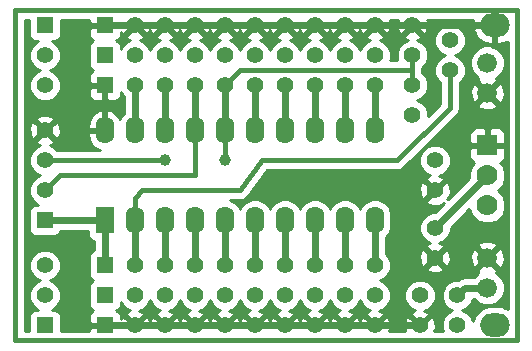
<source format=gbl>
G04 (created by PCBNEW-RS274X (2012-01-19 BZR 3256)-stable) date 1/12/2013 12:18:19 AM*
G01*
G70*
G90*
%MOIN*%
G04 Gerber Fmt 3.4, Leading zero omitted, Abs format*
%FSLAX34Y34*%
G04 APERTURE LIST*
%ADD10C,0.002000*%
%ADD11C,0.015000*%
%ADD12C,0.066000*%
%ADD13R,0.070000X0.070000*%
%ADD14C,0.070000*%
%ADD15O,0.098400X0.078700*%
%ADD16R,0.055000X0.055000*%
%ADD17C,0.055000*%
%ADD18R,0.062000X0.090000*%
%ADD19O,0.062000X0.090000*%
%ADD20C,0.039400*%
%ADD21C,0.024000*%
%ADD22C,0.008000*%
%ADD23C,0.016000*%
%ADD24C,0.010000*%
G04 APERTURE END LIST*
G54D10*
G54D11*
X23000Y-21500D02*
X39750Y-21500D01*
X39750Y-21500D02*
X39750Y-32500D01*
X23000Y-32500D02*
X23000Y-21500D01*
X39750Y-32500D02*
X23000Y-32500D01*
G54D12*
X38750Y-23250D03*
X38750Y-24250D03*
X38750Y-30750D03*
X38750Y-29750D03*
G54D13*
X38750Y-26000D03*
G54D14*
X38750Y-27000D03*
X38750Y-28000D03*
G54D15*
X39000Y-32000D03*
X39000Y-22000D03*
G54D16*
X24000Y-28500D03*
G54D17*
X24000Y-27500D03*
X24000Y-26500D03*
X24000Y-25500D03*
G54D16*
X24000Y-22000D03*
G54D17*
X24000Y-23000D03*
X24000Y-24000D03*
G54D16*
X24000Y-32000D03*
G54D17*
X24000Y-31000D03*
X24000Y-30000D03*
G54D16*
X26000Y-30000D03*
G54D17*
X27000Y-30000D03*
X28000Y-30000D03*
X29000Y-30000D03*
X30000Y-30000D03*
X31000Y-30000D03*
X32000Y-30000D03*
X33000Y-30000D03*
X34000Y-30000D03*
X35000Y-30000D03*
G54D16*
X26000Y-24000D03*
G54D17*
X27000Y-24000D03*
X28000Y-24000D03*
X29000Y-24000D03*
X30000Y-24000D03*
X31000Y-24000D03*
X32000Y-24000D03*
X33000Y-24000D03*
X34000Y-24000D03*
X35000Y-24000D03*
G54D16*
X26000Y-23000D03*
G54D17*
X27000Y-23000D03*
X28000Y-23000D03*
X29000Y-23000D03*
X30000Y-23000D03*
X31000Y-23000D03*
X32000Y-23000D03*
X33000Y-23000D03*
X34000Y-23000D03*
X35000Y-23000D03*
G54D16*
X26000Y-31000D03*
G54D17*
X27000Y-31000D03*
X28000Y-31000D03*
X29000Y-31000D03*
X30000Y-31000D03*
X31000Y-31000D03*
X32000Y-31000D03*
X33000Y-31000D03*
X34000Y-31000D03*
X35000Y-31000D03*
G54D16*
X26000Y-32000D03*
G54D17*
X27000Y-32000D03*
X28000Y-32000D03*
X29000Y-32000D03*
X30000Y-32000D03*
X31000Y-32000D03*
X32000Y-32000D03*
X33000Y-32000D03*
X34000Y-32000D03*
X35000Y-32000D03*
G54D16*
X26000Y-22000D03*
G54D17*
X27000Y-22000D03*
X28000Y-22000D03*
X29000Y-22000D03*
X30000Y-22000D03*
X31000Y-22000D03*
X32000Y-22000D03*
X33000Y-22000D03*
X34000Y-22000D03*
X35000Y-22000D03*
G54D18*
X26000Y-28500D03*
G54D19*
X27000Y-28500D03*
X28000Y-28500D03*
X29000Y-28500D03*
X30000Y-28500D03*
X31000Y-28500D03*
X32000Y-28500D03*
X33000Y-28500D03*
X34000Y-28500D03*
X35000Y-28500D03*
X35000Y-25500D03*
X34000Y-25500D03*
X33000Y-25500D03*
X32000Y-25500D03*
X31000Y-25500D03*
X30000Y-25500D03*
X29000Y-25500D03*
X28000Y-25500D03*
X27000Y-25500D03*
X26000Y-25500D03*
G54D17*
X36250Y-25000D03*
X36250Y-24000D03*
X37750Y-32000D03*
X37750Y-31000D03*
X37000Y-28750D03*
X37000Y-29750D03*
X37000Y-26500D03*
X37000Y-27500D03*
X37500Y-22500D03*
X37500Y-23500D03*
X36500Y-31000D03*
X36500Y-32000D03*
X36250Y-23000D03*
X36250Y-22000D03*
G54D20*
X30000Y-26500D03*
X28000Y-26500D03*
G54D21*
X26000Y-28500D02*
X24000Y-28500D01*
X26000Y-28500D02*
X26000Y-30000D01*
X38750Y-27000D02*
X37000Y-28750D01*
G54D22*
X26000Y-25500D02*
X26000Y-24000D01*
G54D21*
X32000Y-32000D02*
X33000Y-32000D01*
X30000Y-22000D02*
X31000Y-22000D01*
X34000Y-22000D02*
X35000Y-22000D01*
X34000Y-32000D02*
X35000Y-32000D01*
X36250Y-22000D02*
X39000Y-22000D01*
X28000Y-32000D02*
X29000Y-32000D01*
X31000Y-22000D02*
X32000Y-22000D01*
X27000Y-32000D02*
X28000Y-32000D01*
X29000Y-32000D02*
X30000Y-32000D01*
X35000Y-32000D02*
X36500Y-32000D01*
X28000Y-22000D02*
X29000Y-22000D01*
X29000Y-22000D02*
X30000Y-22000D01*
X26000Y-32000D02*
X27000Y-32000D01*
X27000Y-22000D02*
X28000Y-22000D01*
X33000Y-32000D02*
X34000Y-32000D01*
X32000Y-22000D02*
X33000Y-22000D01*
X33000Y-22000D02*
X34000Y-22000D01*
X30000Y-32000D02*
X31000Y-32000D01*
X26000Y-22000D02*
X27000Y-22000D01*
X35000Y-22000D02*
X36250Y-22000D01*
X31000Y-32000D02*
X32000Y-32000D01*
X35000Y-25500D02*
X35000Y-24100D01*
G54D22*
X35000Y-24100D02*
X35000Y-24000D01*
G54D21*
X34000Y-24000D02*
X34000Y-25500D01*
X33000Y-25500D02*
X33000Y-24000D01*
X28000Y-28500D02*
X28000Y-30000D01*
G54D23*
X29000Y-27000D02*
X24500Y-27000D01*
X29000Y-26500D02*
X29000Y-27000D01*
X29000Y-25500D02*
X29000Y-26500D01*
X24500Y-27000D02*
X24000Y-27500D01*
G54D21*
X29000Y-25500D02*
X29000Y-24000D01*
X38000Y-30750D02*
X37750Y-31000D01*
X38750Y-30750D02*
X38000Y-30750D01*
X29000Y-28500D02*
X29000Y-30000D01*
X30000Y-28500D02*
X30000Y-30000D01*
X31000Y-28500D02*
X31000Y-30000D01*
X32000Y-28500D02*
X32000Y-30000D01*
X33000Y-30000D02*
X33000Y-28500D01*
X34000Y-28500D02*
X34000Y-30000D01*
X35000Y-30000D02*
X35000Y-28500D01*
X27000Y-24000D02*
X27000Y-25500D01*
X28000Y-24000D02*
X28000Y-25500D01*
X31000Y-25500D02*
X31000Y-24000D01*
X32000Y-24000D02*
X32000Y-25500D01*
G54D23*
X30500Y-23500D02*
X36250Y-23500D01*
X30000Y-26500D02*
X30000Y-25500D01*
X30000Y-24000D02*
X30500Y-23500D01*
X24000Y-26500D02*
X28000Y-26500D01*
G54D22*
X36250Y-23000D02*
X36250Y-23500D01*
G54D23*
X36250Y-23000D02*
X36250Y-24000D01*
G54D22*
X36250Y-23500D02*
X36250Y-24000D01*
G54D21*
X30000Y-24000D02*
X30000Y-25500D01*
X27000Y-28500D02*
X27000Y-30000D01*
G54D23*
X27250Y-27500D02*
X27000Y-27750D01*
X37500Y-23500D02*
X37500Y-24750D01*
X31250Y-26500D02*
X30500Y-27500D01*
X37500Y-24750D02*
X35750Y-26500D01*
X27000Y-27750D02*
X27000Y-28500D01*
X35750Y-26500D02*
X31250Y-26500D01*
X30500Y-27500D02*
X27250Y-27500D01*
G54D10*
G36*
X26630Y-24941D02*
X26535Y-25036D01*
X26501Y-25115D01*
X26382Y-24950D01*
X26196Y-24835D01*
X26137Y-24818D01*
X26050Y-24865D01*
X26050Y-25400D01*
X26050Y-25450D01*
X26050Y-25550D01*
X25950Y-25550D01*
X25950Y-25450D01*
X25950Y-24865D01*
X25950Y-24463D01*
X25950Y-24050D01*
X25537Y-24050D01*
X25475Y-24112D01*
X25476Y-24226D01*
X25476Y-24325D01*
X25514Y-24416D01*
X25584Y-24486D01*
X25676Y-24524D01*
X25888Y-24525D01*
X25950Y-24463D01*
X25950Y-24865D01*
X25863Y-24818D01*
X25804Y-24835D01*
X25618Y-24950D01*
X25490Y-25127D01*
X25440Y-25340D01*
X25440Y-25450D01*
X25950Y-25450D01*
X25950Y-25550D01*
X25900Y-25550D01*
X25440Y-25550D01*
X25440Y-25660D01*
X25490Y-25873D01*
X25618Y-26050D01*
X25804Y-26165D01*
X25821Y-26170D01*
X24519Y-26170D01*
X24519Y-25574D01*
X24508Y-25370D01*
X24452Y-25233D01*
X24361Y-25210D01*
X24290Y-25281D01*
X24290Y-25139D01*
X24267Y-25048D01*
X24074Y-24981D01*
X23870Y-24992D01*
X23733Y-25048D01*
X23710Y-25139D01*
X24000Y-25429D01*
X24290Y-25139D01*
X24290Y-25281D01*
X24071Y-25500D01*
X24361Y-25790D01*
X24452Y-25767D01*
X24519Y-25574D01*
X24519Y-26170D01*
X24412Y-26170D01*
X24298Y-26055D01*
X24157Y-25996D01*
X24267Y-25952D01*
X24290Y-25861D01*
X24000Y-25571D01*
X23929Y-25642D01*
X23929Y-25500D01*
X23639Y-25210D01*
X23548Y-25233D01*
X23481Y-25426D01*
X23492Y-25630D01*
X23548Y-25767D01*
X23639Y-25790D01*
X23929Y-25500D01*
X23929Y-25642D01*
X23710Y-25861D01*
X23733Y-25952D01*
X23851Y-25993D01*
X23703Y-26055D01*
X23555Y-26202D01*
X23475Y-26395D01*
X23475Y-26604D01*
X23555Y-26797D01*
X23702Y-26945D01*
X23835Y-27000D01*
X23703Y-27055D01*
X23555Y-27202D01*
X23475Y-27395D01*
X23475Y-27604D01*
X23555Y-27797D01*
X23702Y-27945D01*
X23776Y-27976D01*
X23676Y-27976D01*
X23584Y-28014D01*
X23514Y-28084D01*
X23476Y-28175D01*
X23476Y-28274D01*
X23476Y-28824D01*
X23514Y-28916D01*
X23584Y-28986D01*
X23675Y-29024D01*
X23774Y-29024D01*
X24324Y-29024D01*
X24416Y-28986D01*
X24486Y-28916D01*
X24505Y-28870D01*
X25441Y-28870D01*
X25441Y-28999D01*
X25479Y-29091D01*
X25549Y-29161D01*
X25630Y-29194D01*
X25630Y-29495D01*
X25584Y-29514D01*
X25514Y-29584D01*
X25476Y-29675D01*
X25476Y-29774D01*
X25476Y-30324D01*
X25514Y-30416D01*
X25584Y-30486D01*
X25617Y-30500D01*
X25584Y-30514D01*
X25514Y-30584D01*
X25476Y-30675D01*
X25476Y-30774D01*
X25476Y-31324D01*
X25514Y-31416D01*
X25584Y-31486D01*
X25617Y-31500D01*
X25584Y-31514D01*
X25514Y-31584D01*
X25476Y-31675D01*
X25476Y-31774D01*
X25475Y-31888D01*
X25537Y-31950D01*
X25900Y-31950D01*
X25950Y-31950D01*
X26050Y-31950D01*
X26050Y-32050D01*
X25950Y-32050D01*
X25900Y-32050D01*
X25537Y-32050D01*
X25475Y-32112D01*
X25475Y-32175D01*
X24524Y-32175D01*
X24524Y-31676D01*
X24486Y-31584D01*
X24416Y-31514D01*
X24325Y-31476D01*
X24226Y-31476D01*
X24222Y-31476D01*
X24297Y-31445D01*
X24445Y-31298D01*
X24525Y-31105D01*
X24525Y-30896D01*
X24445Y-30703D01*
X24298Y-30555D01*
X24164Y-30499D01*
X24297Y-30445D01*
X24445Y-30298D01*
X24525Y-30105D01*
X24525Y-29896D01*
X24445Y-29703D01*
X24298Y-29555D01*
X24105Y-29475D01*
X23896Y-29475D01*
X23703Y-29555D01*
X23555Y-29702D01*
X23475Y-29895D01*
X23475Y-30104D01*
X23555Y-30297D01*
X23702Y-30445D01*
X23835Y-30500D01*
X23703Y-30555D01*
X23555Y-30702D01*
X23475Y-30895D01*
X23475Y-31104D01*
X23555Y-31297D01*
X23702Y-31445D01*
X23776Y-31476D01*
X23676Y-31476D01*
X23584Y-31514D01*
X23514Y-31584D01*
X23476Y-31675D01*
X23476Y-31774D01*
X23476Y-32175D01*
X23325Y-32175D01*
X23325Y-21825D01*
X23476Y-21825D01*
X23476Y-22324D01*
X23514Y-22416D01*
X23584Y-22486D01*
X23675Y-22524D01*
X23774Y-22524D01*
X23703Y-22555D01*
X23555Y-22702D01*
X23475Y-22895D01*
X23475Y-23104D01*
X23555Y-23297D01*
X23702Y-23445D01*
X23835Y-23500D01*
X23703Y-23555D01*
X23555Y-23702D01*
X23475Y-23895D01*
X23475Y-24104D01*
X23555Y-24297D01*
X23702Y-24445D01*
X23895Y-24525D01*
X24104Y-24525D01*
X24297Y-24445D01*
X24445Y-24298D01*
X24525Y-24105D01*
X24525Y-23896D01*
X24445Y-23703D01*
X24298Y-23555D01*
X24164Y-23499D01*
X24297Y-23445D01*
X24445Y-23298D01*
X24525Y-23105D01*
X24525Y-22896D01*
X24445Y-22703D01*
X24298Y-22555D01*
X24223Y-22524D01*
X24324Y-22524D01*
X24416Y-22486D01*
X24486Y-22416D01*
X24524Y-22325D01*
X24524Y-22226D01*
X24524Y-21825D01*
X25475Y-21825D01*
X25475Y-21888D01*
X25537Y-21950D01*
X25900Y-21950D01*
X25950Y-21950D01*
X26050Y-21950D01*
X26050Y-22050D01*
X25950Y-22050D01*
X25900Y-22050D01*
X25537Y-22050D01*
X25475Y-22112D01*
X25476Y-22226D01*
X25476Y-22325D01*
X25514Y-22416D01*
X25584Y-22486D01*
X25617Y-22500D01*
X25584Y-22514D01*
X25514Y-22584D01*
X25476Y-22675D01*
X25476Y-22774D01*
X25476Y-23324D01*
X25514Y-23416D01*
X25584Y-23486D01*
X25617Y-23500D01*
X25584Y-23514D01*
X25514Y-23584D01*
X25476Y-23675D01*
X25476Y-23774D01*
X25475Y-23888D01*
X25537Y-23950D01*
X25900Y-23950D01*
X25950Y-23950D01*
X26050Y-23950D01*
X26050Y-24050D01*
X26050Y-24100D01*
X26050Y-24463D01*
X26112Y-24525D01*
X26324Y-24524D01*
X26416Y-24486D01*
X26486Y-24416D01*
X26524Y-24325D01*
X26524Y-24226D01*
X26524Y-24222D01*
X26555Y-24297D01*
X26630Y-24372D01*
X26630Y-24941D01*
X26630Y-24941D01*
G37*
G54D24*
X26630Y-24941D02*
X26535Y-25036D01*
X26501Y-25115D01*
X26382Y-24950D01*
X26196Y-24835D01*
X26137Y-24818D01*
X26050Y-24865D01*
X26050Y-25400D01*
X26050Y-25450D01*
X26050Y-25550D01*
X25950Y-25550D01*
X25950Y-25450D01*
X25950Y-24865D01*
X25950Y-24463D01*
X25950Y-24050D01*
X25537Y-24050D01*
X25475Y-24112D01*
X25476Y-24226D01*
X25476Y-24325D01*
X25514Y-24416D01*
X25584Y-24486D01*
X25676Y-24524D01*
X25888Y-24525D01*
X25950Y-24463D01*
X25950Y-24865D01*
X25863Y-24818D01*
X25804Y-24835D01*
X25618Y-24950D01*
X25490Y-25127D01*
X25440Y-25340D01*
X25440Y-25450D01*
X25950Y-25450D01*
X25950Y-25550D01*
X25900Y-25550D01*
X25440Y-25550D01*
X25440Y-25660D01*
X25490Y-25873D01*
X25618Y-26050D01*
X25804Y-26165D01*
X25821Y-26170D01*
X24519Y-26170D01*
X24519Y-25574D01*
X24508Y-25370D01*
X24452Y-25233D01*
X24361Y-25210D01*
X24290Y-25281D01*
X24290Y-25139D01*
X24267Y-25048D01*
X24074Y-24981D01*
X23870Y-24992D01*
X23733Y-25048D01*
X23710Y-25139D01*
X24000Y-25429D01*
X24290Y-25139D01*
X24290Y-25281D01*
X24071Y-25500D01*
X24361Y-25790D01*
X24452Y-25767D01*
X24519Y-25574D01*
X24519Y-26170D01*
X24412Y-26170D01*
X24298Y-26055D01*
X24157Y-25996D01*
X24267Y-25952D01*
X24290Y-25861D01*
X24000Y-25571D01*
X23929Y-25642D01*
X23929Y-25500D01*
X23639Y-25210D01*
X23548Y-25233D01*
X23481Y-25426D01*
X23492Y-25630D01*
X23548Y-25767D01*
X23639Y-25790D01*
X23929Y-25500D01*
X23929Y-25642D01*
X23710Y-25861D01*
X23733Y-25952D01*
X23851Y-25993D01*
X23703Y-26055D01*
X23555Y-26202D01*
X23475Y-26395D01*
X23475Y-26604D01*
X23555Y-26797D01*
X23702Y-26945D01*
X23835Y-27000D01*
X23703Y-27055D01*
X23555Y-27202D01*
X23475Y-27395D01*
X23475Y-27604D01*
X23555Y-27797D01*
X23702Y-27945D01*
X23776Y-27976D01*
X23676Y-27976D01*
X23584Y-28014D01*
X23514Y-28084D01*
X23476Y-28175D01*
X23476Y-28274D01*
X23476Y-28824D01*
X23514Y-28916D01*
X23584Y-28986D01*
X23675Y-29024D01*
X23774Y-29024D01*
X24324Y-29024D01*
X24416Y-28986D01*
X24486Y-28916D01*
X24505Y-28870D01*
X25441Y-28870D01*
X25441Y-28999D01*
X25479Y-29091D01*
X25549Y-29161D01*
X25630Y-29194D01*
X25630Y-29495D01*
X25584Y-29514D01*
X25514Y-29584D01*
X25476Y-29675D01*
X25476Y-29774D01*
X25476Y-30324D01*
X25514Y-30416D01*
X25584Y-30486D01*
X25617Y-30500D01*
X25584Y-30514D01*
X25514Y-30584D01*
X25476Y-30675D01*
X25476Y-30774D01*
X25476Y-31324D01*
X25514Y-31416D01*
X25584Y-31486D01*
X25617Y-31500D01*
X25584Y-31514D01*
X25514Y-31584D01*
X25476Y-31675D01*
X25476Y-31774D01*
X25475Y-31888D01*
X25537Y-31950D01*
X25900Y-31950D01*
X25950Y-31950D01*
X26050Y-31950D01*
X26050Y-32050D01*
X25950Y-32050D01*
X25900Y-32050D01*
X25537Y-32050D01*
X25475Y-32112D01*
X25475Y-32175D01*
X24524Y-32175D01*
X24524Y-31676D01*
X24486Y-31584D01*
X24416Y-31514D01*
X24325Y-31476D01*
X24226Y-31476D01*
X24222Y-31476D01*
X24297Y-31445D01*
X24445Y-31298D01*
X24525Y-31105D01*
X24525Y-30896D01*
X24445Y-30703D01*
X24298Y-30555D01*
X24164Y-30499D01*
X24297Y-30445D01*
X24445Y-30298D01*
X24525Y-30105D01*
X24525Y-29896D01*
X24445Y-29703D01*
X24298Y-29555D01*
X24105Y-29475D01*
X23896Y-29475D01*
X23703Y-29555D01*
X23555Y-29702D01*
X23475Y-29895D01*
X23475Y-30104D01*
X23555Y-30297D01*
X23702Y-30445D01*
X23835Y-30500D01*
X23703Y-30555D01*
X23555Y-30702D01*
X23475Y-30895D01*
X23475Y-31104D01*
X23555Y-31297D01*
X23702Y-31445D01*
X23776Y-31476D01*
X23676Y-31476D01*
X23584Y-31514D01*
X23514Y-31584D01*
X23476Y-31675D01*
X23476Y-31774D01*
X23476Y-32175D01*
X23325Y-32175D01*
X23325Y-21825D01*
X23476Y-21825D01*
X23476Y-22324D01*
X23514Y-22416D01*
X23584Y-22486D01*
X23675Y-22524D01*
X23774Y-22524D01*
X23703Y-22555D01*
X23555Y-22702D01*
X23475Y-22895D01*
X23475Y-23104D01*
X23555Y-23297D01*
X23702Y-23445D01*
X23835Y-23500D01*
X23703Y-23555D01*
X23555Y-23702D01*
X23475Y-23895D01*
X23475Y-24104D01*
X23555Y-24297D01*
X23702Y-24445D01*
X23895Y-24525D01*
X24104Y-24525D01*
X24297Y-24445D01*
X24445Y-24298D01*
X24525Y-24105D01*
X24525Y-23896D01*
X24445Y-23703D01*
X24298Y-23555D01*
X24164Y-23499D01*
X24297Y-23445D01*
X24445Y-23298D01*
X24525Y-23105D01*
X24525Y-22896D01*
X24445Y-22703D01*
X24298Y-22555D01*
X24223Y-22524D01*
X24324Y-22524D01*
X24416Y-22486D01*
X24486Y-22416D01*
X24524Y-22325D01*
X24524Y-22226D01*
X24524Y-21825D01*
X25475Y-21825D01*
X25475Y-21888D01*
X25537Y-21950D01*
X25900Y-21950D01*
X25950Y-21950D01*
X26050Y-21950D01*
X26050Y-22050D01*
X25950Y-22050D01*
X25900Y-22050D01*
X25537Y-22050D01*
X25475Y-22112D01*
X25476Y-22226D01*
X25476Y-22325D01*
X25514Y-22416D01*
X25584Y-22486D01*
X25617Y-22500D01*
X25584Y-22514D01*
X25514Y-22584D01*
X25476Y-22675D01*
X25476Y-22774D01*
X25476Y-23324D01*
X25514Y-23416D01*
X25584Y-23486D01*
X25617Y-23500D01*
X25584Y-23514D01*
X25514Y-23584D01*
X25476Y-23675D01*
X25476Y-23774D01*
X25475Y-23888D01*
X25537Y-23950D01*
X25900Y-23950D01*
X25950Y-23950D01*
X26050Y-23950D01*
X26050Y-24050D01*
X26050Y-24100D01*
X26050Y-24463D01*
X26112Y-24525D01*
X26324Y-24524D01*
X26416Y-24486D01*
X26486Y-24416D01*
X26524Y-24325D01*
X26524Y-24226D01*
X26524Y-24222D01*
X26555Y-24297D01*
X26630Y-24372D01*
X26630Y-24941D01*
G54D10*
G36*
X39425Y-31445D02*
X39350Y-31414D01*
X39350Y-26112D01*
X39350Y-25888D01*
X39349Y-25699D01*
X39349Y-25600D01*
X39330Y-25554D01*
X39330Y-23366D01*
X39330Y-23135D01*
X39242Y-22922D01*
X39079Y-22759D01*
X38950Y-22705D01*
X38950Y-22574D01*
X38950Y-22050D01*
X38323Y-22050D01*
X38276Y-22150D01*
X38294Y-22196D01*
X38415Y-22413D01*
X38610Y-22568D01*
X38850Y-22636D01*
X38950Y-22574D01*
X38950Y-22705D01*
X38866Y-22670D01*
X38635Y-22670D01*
X38422Y-22758D01*
X38259Y-22921D01*
X38170Y-23134D01*
X38170Y-23365D01*
X38258Y-23578D01*
X38421Y-23741D01*
X38452Y-23753D01*
X38452Y-23754D01*
X38421Y-23850D01*
X38750Y-24179D01*
X39079Y-23850D01*
X39048Y-23754D01*
X39078Y-23742D01*
X39241Y-23579D01*
X39330Y-23366D01*
X39330Y-25554D01*
X39323Y-25537D01*
X39323Y-24336D01*
X39312Y-24111D01*
X39246Y-23952D01*
X39150Y-23921D01*
X38821Y-24250D01*
X39150Y-24579D01*
X39246Y-24548D01*
X39323Y-24336D01*
X39323Y-25537D01*
X39311Y-25509D01*
X39241Y-25439D01*
X39149Y-25401D01*
X39079Y-25400D01*
X39079Y-24650D01*
X38750Y-24321D01*
X38679Y-24392D01*
X38679Y-24250D01*
X38350Y-23921D01*
X38254Y-23952D01*
X38177Y-24164D01*
X38188Y-24389D01*
X38254Y-24548D01*
X38350Y-24579D01*
X38679Y-24250D01*
X38679Y-24392D01*
X38421Y-24650D01*
X38452Y-24746D01*
X38664Y-24823D01*
X38889Y-24812D01*
X39048Y-24746D01*
X39079Y-24650D01*
X39079Y-25400D01*
X38862Y-25400D01*
X38800Y-25462D01*
X38800Y-25950D01*
X39288Y-25950D01*
X39350Y-25888D01*
X39350Y-26112D01*
X39288Y-26050D01*
X38850Y-26050D01*
X38800Y-26050D01*
X38700Y-26050D01*
X38700Y-25950D01*
X38700Y-25462D01*
X38638Y-25400D01*
X38351Y-25401D01*
X38259Y-25439D01*
X38189Y-25509D01*
X38151Y-25600D01*
X38151Y-25699D01*
X38150Y-25888D01*
X38212Y-25950D01*
X38700Y-25950D01*
X38700Y-26050D01*
X38650Y-26050D01*
X38212Y-26050D01*
X38150Y-26112D01*
X38151Y-26301D01*
X38151Y-26400D01*
X38189Y-26491D01*
X38259Y-26561D01*
X38317Y-26585D01*
X38242Y-26661D01*
X38151Y-26881D01*
X38151Y-27075D01*
X37525Y-27701D01*
X37525Y-26605D01*
X37525Y-26396D01*
X37445Y-26203D01*
X37298Y-26055D01*
X37105Y-25975D01*
X36896Y-25975D01*
X36703Y-26055D01*
X36555Y-26202D01*
X36475Y-26395D01*
X36475Y-26604D01*
X36555Y-26797D01*
X36702Y-26945D01*
X36842Y-27003D01*
X36733Y-27048D01*
X36710Y-27139D01*
X37000Y-27429D01*
X37290Y-27139D01*
X37267Y-27048D01*
X37148Y-27006D01*
X37297Y-26945D01*
X37445Y-26798D01*
X37525Y-26605D01*
X37525Y-27701D01*
X37519Y-27707D01*
X37433Y-27792D01*
X37416Y-27775D01*
X37452Y-27767D01*
X37519Y-27574D01*
X37508Y-27370D01*
X37452Y-27233D01*
X37361Y-27210D01*
X37106Y-27465D01*
X37071Y-27500D01*
X37000Y-27571D01*
X36965Y-27606D01*
X36929Y-27642D01*
X36929Y-27500D01*
X36639Y-27210D01*
X36548Y-27233D01*
X36481Y-27426D01*
X36492Y-27630D01*
X36548Y-27767D01*
X36639Y-27790D01*
X36929Y-27500D01*
X36929Y-27642D01*
X36710Y-27861D01*
X36733Y-27952D01*
X36926Y-28019D01*
X37130Y-28008D01*
X37267Y-27952D01*
X37275Y-27916D01*
X37290Y-27931D01*
X37292Y-27933D01*
X37290Y-27936D01*
X37001Y-28225D01*
X36896Y-28225D01*
X36703Y-28305D01*
X36555Y-28452D01*
X36475Y-28645D01*
X36475Y-28854D01*
X36555Y-29047D01*
X36702Y-29195D01*
X36842Y-29253D01*
X36733Y-29298D01*
X36710Y-29389D01*
X37000Y-29679D01*
X37290Y-29389D01*
X37267Y-29298D01*
X37148Y-29256D01*
X37297Y-29195D01*
X37445Y-29048D01*
X37525Y-28855D01*
X37525Y-28748D01*
X38152Y-28121D01*
X38242Y-28339D01*
X38411Y-28508D01*
X38631Y-28599D01*
X38869Y-28599D01*
X39089Y-28508D01*
X39258Y-28339D01*
X39349Y-28119D01*
X39349Y-27881D01*
X39258Y-27661D01*
X39097Y-27500D01*
X39258Y-27339D01*
X39349Y-27119D01*
X39349Y-26881D01*
X39258Y-26661D01*
X39182Y-26585D01*
X39241Y-26561D01*
X39311Y-26491D01*
X39349Y-26400D01*
X39349Y-26301D01*
X39350Y-26112D01*
X39350Y-31414D01*
X39239Y-31369D01*
X38988Y-31369D01*
X38762Y-31369D01*
X38530Y-31465D01*
X38352Y-31642D01*
X38260Y-31862D01*
X38195Y-31703D01*
X38048Y-31555D01*
X37914Y-31499D01*
X38047Y-31445D01*
X38195Y-31298D01*
X38268Y-31120D01*
X38300Y-31120D01*
X38421Y-31241D01*
X38634Y-31330D01*
X38865Y-31330D01*
X39078Y-31242D01*
X39241Y-31079D01*
X39330Y-30866D01*
X39330Y-30635D01*
X39323Y-30618D01*
X39323Y-29836D01*
X39312Y-29611D01*
X39246Y-29452D01*
X39150Y-29421D01*
X39079Y-29492D01*
X39079Y-29350D01*
X39048Y-29254D01*
X38836Y-29177D01*
X38611Y-29188D01*
X38452Y-29254D01*
X38421Y-29350D01*
X38750Y-29679D01*
X39079Y-29350D01*
X39079Y-29492D01*
X38821Y-29750D01*
X39150Y-30079D01*
X39246Y-30048D01*
X39323Y-29836D01*
X39323Y-30618D01*
X39242Y-30422D01*
X39079Y-30259D01*
X39048Y-30246D01*
X39079Y-30150D01*
X38750Y-29821D01*
X38679Y-29892D01*
X38679Y-29750D01*
X38350Y-29421D01*
X38254Y-29452D01*
X38177Y-29664D01*
X38188Y-29889D01*
X38254Y-30048D01*
X38350Y-30079D01*
X38679Y-29750D01*
X38679Y-29892D01*
X38421Y-30150D01*
X38451Y-30245D01*
X38422Y-30258D01*
X38300Y-30380D01*
X38000Y-30380D01*
X37858Y-30408D01*
X37757Y-30475D01*
X37646Y-30475D01*
X37519Y-30527D01*
X37519Y-29824D01*
X37508Y-29620D01*
X37452Y-29483D01*
X37361Y-29460D01*
X37071Y-29750D01*
X37361Y-30040D01*
X37452Y-30017D01*
X37519Y-29824D01*
X37519Y-30527D01*
X37453Y-30555D01*
X37305Y-30702D01*
X37290Y-30738D01*
X37290Y-30111D01*
X37000Y-29821D01*
X36929Y-29892D01*
X36929Y-29750D01*
X36639Y-29460D01*
X36548Y-29483D01*
X36481Y-29676D01*
X36492Y-29880D01*
X36548Y-30017D01*
X36639Y-30040D01*
X36929Y-29750D01*
X36929Y-29892D01*
X36710Y-30111D01*
X36733Y-30202D01*
X36926Y-30269D01*
X37130Y-30258D01*
X37267Y-30202D01*
X37290Y-30111D01*
X37290Y-30738D01*
X37225Y-30895D01*
X37225Y-31104D01*
X37305Y-31297D01*
X37452Y-31445D01*
X37585Y-31500D01*
X37453Y-31555D01*
X37305Y-31702D01*
X37225Y-31895D01*
X37225Y-32104D01*
X37254Y-32175D01*
X37025Y-32175D01*
X37025Y-31105D01*
X37025Y-30896D01*
X36945Y-30703D01*
X36798Y-30555D01*
X36605Y-30475D01*
X36396Y-30475D01*
X36203Y-30555D01*
X36055Y-30702D01*
X35975Y-30895D01*
X35975Y-31104D01*
X36055Y-31297D01*
X36202Y-31445D01*
X36342Y-31503D01*
X36233Y-31548D01*
X36210Y-31639D01*
X36500Y-31929D01*
X36790Y-31639D01*
X36767Y-31548D01*
X36648Y-31506D01*
X36797Y-31445D01*
X36945Y-31298D01*
X37025Y-31105D01*
X37025Y-32175D01*
X36983Y-32175D01*
X37019Y-32074D01*
X37008Y-31870D01*
X36952Y-31733D01*
X36861Y-31710D01*
X36606Y-31965D01*
X36571Y-32000D01*
X36500Y-32071D01*
X36429Y-32000D01*
X36394Y-31965D01*
X36139Y-31710D01*
X36048Y-31733D01*
X35981Y-31926D01*
X35992Y-32130D01*
X36010Y-32175D01*
X35483Y-32175D01*
X35519Y-32074D01*
X35508Y-31870D01*
X35452Y-31733D01*
X35361Y-31710D01*
X35106Y-31965D01*
X35071Y-32000D01*
X35000Y-32071D01*
X34929Y-32000D01*
X34894Y-31965D01*
X34639Y-31710D01*
X34548Y-31733D01*
X34503Y-31859D01*
X34452Y-31733D01*
X34361Y-31710D01*
X34106Y-31965D01*
X34071Y-32000D01*
X34000Y-32071D01*
X33929Y-32000D01*
X33894Y-31965D01*
X33639Y-31710D01*
X33548Y-31733D01*
X33503Y-31859D01*
X33452Y-31733D01*
X33361Y-31710D01*
X33106Y-31965D01*
X33071Y-32000D01*
X33000Y-32071D01*
X32929Y-32000D01*
X32894Y-31965D01*
X32639Y-31710D01*
X32548Y-31733D01*
X32503Y-31859D01*
X32452Y-31733D01*
X32361Y-31710D01*
X32106Y-31965D01*
X32071Y-32000D01*
X32000Y-32071D01*
X31929Y-32000D01*
X31894Y-31965D01*
X31639Y-31710D01*
X31548Y-31733D01*
X31503Y-31859D01*
X31452Y-31733D01*
X31361Y-31710D01*
X31106Y-31965D01*
X31071Y-32000D01*
X31000Y-32071D01*
X30929Y-32000D01*
X30894Y-31965D01*
X30639Y-31710D01*
X30548Y-31733D01*
X30503Y-31859D01*
X30452Y-31733D01*
X30361Y-31710D01*
X30106Y-31965D01*
X30071Y-32000D01*
X30000Y-32071D01*
X29929Y-32000D01*
X29894Y-31965D01*
X29639Y-31710D01*
X29548Y-31733D01*
X29503Y-31859D01*
X29452Y-31733D01*
X29361Y-31710D01*
X29106Y-31965D01*
X29071Y-32000D01*
X29000Y-32071D01*
X28929Y-32000D01*
X28894Y-31965D01*
X28639Y-31710D01*
X28548Y-31733D01*
X28503Y-31859D01*
X28452Y-31733D01*
X28361Y-31710D01*
X28106Y-31965D01*
X28071Y-32000D01*
X28000Y-32071D01*
X27929Y-32000D01*
X27894Y-31965D01*
X27639Y-31710D01*
X27548Y-31733D01*
X27503Y-31859D01*
X27452Y-31733D01*
X27361Y-31710D01*
X27106Y-31965D01*
X27071Y-32000D01*
X27000Y-32071D01*
X26929Y-32000D01*
X26894Y-31965D01*
X26639Y-31710D01*
X26548Y-31733D01*
X26524Y-31801D01*
X26524Y-31774D01*
X26524Y-31675D01*
X26486Y-31584D01*
X26416Y-31514D01*
X26382Y-31500D01*
X26416Y-31486D01*
X26486Y-31416D01*
X26524Y-31325D01*
X26524Y-31226D01*
X26524Y-31222D01*
X26555Y-31297D01*
X26702Y-31445D01*
X26842Y-31503D01*
X26733Y-31548D01*
X26710Y-31639D01*
X27000Y-31929D01*
X27290Y-31639D01*
X27267Y-31548D01*
X27148Y-31506D01*
X27297Y-31445D01*
X27445Y-31298D01*
X27500Y-31164D01*
X27555Y-31297D01*
X27702Y-31445D01*
X27842Y-31503D01*
X27733Y-31548D01*
X27710Y-31639D01*
X28000Y-31929D01*
X28290Y-31639D01*
X28267Y-31548D01*
X28148Y-31506D01*
X28297Y-31445D01*
X28445Y-31298D01*
X28500Y-31164D01*
X28555Y-31297D01*
X28702Y-31445D01*
X28842Y-31503D01*
X28733Y-31548D01*
X28710Y-31639D01*
X29000Y-31929D01*
X29290Y-31639D01*
X29267Y-31548D01*
X29148Y-31506D01*
X29297Y-31445D01*
X29445Y-31298D01*
X29500Y-31164D01*
X29555Y-31297D01*
X29702Y-31445D01*
X29842Y-31503D01*
X29733Y-31548D01*
X29710Y-31639D01*
X30000Y-31929D01*
X30290Y-31639D01*
X30267Y-31548D01*
X30148Y-31506D01*
X30297Y-31445D01*
X30445Y-31298D01*
X30500Y-31164D01*
X30555Y-31297D01*
X30702Y-31445D01*
X30842Y-31503D01*
X30733Y-31548D01*
X30710Y-31639D01*
X31000Y-31929D01*
X31290Y-31639D01*
X31267Y-31548D01*
X31148Y-31506D01*
X31297Y-31445D01*
X31445Y-31298D01*
X31500Y-31164D01*
X31555Y-31297D01*
X31702Y-31445D01*
X31842Y-31503D01*
X31733Y-31548D01*
X31710Y-31639D01*
X32000Y-31929D01*
X32290Y-31639D01*
X32267Y-31548D01*
X32148Y-31506D01*
X32297Y-31445D01*
X32445Y-31298D01*
X32500Y-31164D01*
X32555Y-31297D01*
X32702Y-31445D01*
X32842Y-31503D01*
X32733Y-31548D01*
X32710Y-31639D01*
X33000Y-31929D01*
X33290Y-31639D01*
X33267Y-31548D01*
X33148Y-31506D01*
X33297Y-31445D01*
X33445Y-31298D01*
X33500Y-31164D01*
X33555Y-31297D01*
X33702Y-31445D01*
X33842Y-31503D01*
X33733Y-31548D01*
X33710Y-31639D01*
X34000Y-31929D01*
X34290Y-31639D01*
X34267Y-31548D01*
X34148Y-31506D01*
X34297Y-31445D01*
X34445Y-31298D01*
X34500Y-31164D01*
X34555Y-31297D01*
X34702Y-31445D01*
X34842Y-31503D01*
X34733Y-31548D01*
X34710Y-31639D01*
X35000Y-31929D01*
X35290Y-31639D01*
X35267Y-31548D01*
X35148Y-31506D01*
X35297Y-31445D01*
X35445Y-31298D01*
X35525Y-31105D01*
X35525Y-30896D01*
X35445Y-30703D01*
X35298Y-30555D01*
X35164Y-30499D01*
X35297Y-30445D01*
X35445Y-30298D01*
X35525Y-30105D01*
X35525Y-29896D01*
X35445Y-29703D01*
X35370Y-29627D01*
X35370Y-29059D01*
X35465Y-28964D01*
X35549Y-28762D01*
X35549Y-28544D01*
X35549Y-28238D01*
X35465Y-28036D01*
X35311Y-27882D01*
X35109Y-27798D01*
X34891Y-27798D01*
X34689Y-27882D01*
X34535Y-28036D01*
X34500Y-28120D01*
X34465Y-28036D01*
X34311Y-27882D01*
X34109Y-27798D01*
X33891Y-27798D01*
X33689Y-27882D01*
X33535Y-28036D01*
X33500Y-28120D01*
X33465Y-28036D01*
X33311Y-27882D01*
X33109Y-27798D01*
X32891Y-27798D01*
X32689Y-27882D01*
X32535Y-28036D01*
X32500Y-28120D01*
X32465Y-28036D01*
X32311Y-27882D01*
X32109Y-27798D01*
X31891Y-27798D01*
X31689Y-27882D01*
X31535Y-28036D01*
X31500Y-28120D01*
X31465Y-28036D01*
X31311Y-27882D01*
X31109Y-27798D01*
X30891Y-27798D01*
X30689Y-27882D01*
X30535Y-28036D01*
X30500Y-28120D01*
X30465Y-28036D01*
X30311Y-27882D01*
X30185Y-27830D01*
X30500Y-27830D01*
X30525Y-27825D01*
X30546Y-27826D01*
X30581Y-27813D01*
X30626Y-27805D01*
X30645Y-27791D01*
X30668Y-27784D01*
X30700Y-27754D01*
X30733Y-27733D01*
X30745Y-27714D01*
X30764Y-27698D01*
X31415Y-26830D01*
X35750Y-26830D01*
X35876Y-26805D01*
X35877Y-26805D01*
X35983Y-26733D01*
X37733Y-24984D01*
X37733Y-24983D01*
X37780Y-24912D01*
X37804Y-24877D01*
X37805Y-24876D01*
X37829Y-24751D01*
X37830Y-24750D01*
X37830Y-23912D01*
X37945Y-23798D01*
X38025Y-23605D01*
X38025Y-23396D01*
X37945Y-23203D01*
X37798Y-23055D01*
X37664Y-22999D01*
X37797Y-22945D01*
X37945Y-22798D01*
X38025Y-22605D01*
X38025Y-22396D01*
X37945Y-22203D01*
X37798Y-22055D01*
X37605Y-21975D01*
X37396Y-21975D01*
X37203Y-22055D01*
X37055Y-22202D01*
X36975Y-22395D01*
X36975Y-22604D01*
X37055Y-22797D01*
X37202Y-22945D01*
X37335Y-23000D01*
X37203Y-23055D01*
X37055Y-23202D01*
X36975Y-23395D01*
X36975Y-23604D01*
X37055Y-23797D01*
X37170Y-23912D01*
X37170Y-24613D01*
X36775Y-25008D01*
X36775Y-24896D01*
X36695Y-24703D01*
X36548Y-24555D01*
X36414Y-24499D01*
X36547Y-24445D01*
X36695Y-24298D01*
X36775Y-24105D01*
X36775Y-23896D01*
X36695Y-23703D01*
X36580Y-23587D01*
X36580Y-23500D01*
X36580Y-23412D01*
X36695Y-23298D01*
X36775Y-23105D01*
X36775Y-22896D01*
X36695Y-22703D01*
X36548Y-22555D01*
X36407Y-22496D01*
X36517Y-22452D01*
X36540Y-22361D01*
X36250Y-22071D01*
X35960Y-22361D01*
X35983Y-22452D01*
X36101Y-22493D01*
X35953Y-22555D01*
X35805Y-22702D01*
X35725Y-22895D01*
X35725Y-23104D01*
X35752Y-23170D01*
X35498Y-23170D01*
X35525Y-23105D01*
X35525Y-22896D01*
X35445Y-22703D01*
X35298Y-22555D01*
X35157Y-22496D01*
X35267Y-22452D01*
X35290Y-22361D01*
X35000Y-22071D01*
X34710Y-22361D01*
X34733Y-22452D01*
X34851Y-22493D01*
X34703Y-22555D01*
X34555Y-22702D01*
X34499Y-22835D01*
X34445Y-22703D01*
X34298Y-22555D01*
X34157Y-22496D01*
X34267Y-22452D01*
X34290Y-22361D01*
X34000Y-22071D01*
X33710Y-22361D01*
X33733Y-22452D01*
X33851Y-22493D01*
X33703Y-22555D01*
X33555Y-22702D01*
X33499Y-22835D01*
X33445Y-22703D01*
X33298Y-22555D01*
X33157Y-22496D01*
X33267Y-22452D01*
X33290Y-22361D01*
X33000Y-22071D01*
X32710Y-22361D01*
X32733Y-22452D01*
X32851Y-22493D01*
X32703Y-22555D01*
X32555Y-22702D01*
X32499Y-22835D01*
X32445Y-22703D01*
X32298Y-22555D01*
X32157Y-22496D01*
X32267Y-22452D01*
X32290Y-22361D01*
X32000Y-22071D01*
X31710Y-22361D01*
X31733Y-22452D01*
X31851Y-22493D01*
X31703Y-22555D01*
X31555Y-22702D01*
X31499Y-22835D01*
X31445Y-22703D01*
X31298Y-22555D01*
X31157Y-22496D01*
X31267Y-22452D01*
X31290Y-22361D01*
X31000Y-22071D01*
X30710Y-22361D01*
X30733Y-22452D01*
X30851Y-22493D01*
X30703Y-22555D01*
X30555Y-22702D01*
X30499Y-22835D01*
X30445Y-22703D01*
X30298Y-22555D01*
X30157Y-22496D01*
X30267Y-22452D01*
X30290Y-22361D01*
X30000Y-22071D01*
X29710Y-22361D01*
X29733Y-22452D01*
X29851Y-22493D01*
X29703Y-22555D01*
X29555Y-22702D01*
X29499Y-22835D01*
X29445Y-22703D01*
X29298Y-22555D01*
X29157Y-22496D01*
X29267Y-22452D01*
X29290Y-22361D01*
X29000Y-22071D01*
X28710Y-22361D01*
X28733Y-22452D01*
X28851Y-22493D01*
X28703Y-22555D01*
X28555Y-22702D01*
X28499Y-22835D01*
X28445Y-22703D01*
X28298Y-22555D01*
X28157Y-22496D01*
X28267Y-22452D01*
X28290Y-22361D01*
X28000Y-22071D01*
X27710Y-22361D01*
X27733Y-22452D01*
X27851Y-22493D01*
X27703Y-22555D01*
X27555Y-22702D01*
X27499Y-22835D01*
X27445Y-22703D01*
X27298Y-22555D01*
X27157Y-22496D01*
X27267Y-22452D01*
X27290Y-22361D01*
X27000Y-22071D01*
X26710Y-22361D01*
X26733Y-22452D01*
X26851Y-22493D01*
X26703Y-22555D01*
X26555Y-22702D01*
X26524Y-22776D01*
X26524Y-22676D01*
X26486Y-22584D01*
X26416Y-22514D01*
X26382Y-22499D01*
X26416Y-22486D01*
X26486Y-22416D01*
X26524Y-22325D01*
X26524Y-22226D01*
X26524Y-22208D01*
X26548Y-22267D01*
X26639Y-22290D01*
X26894Y-22035D01*
X26929Y-22000D01*
X27000Y-21929D01*
X27071Y-22000D01*
X27106Y-22035D01*
X27361Y-22290D01*
X27452Y-22267D01*
X27496Y-22140D01*
X27548Y-22267D01*
X27639Y-22290D01*
X27894Y-22035D01*
X27929Y-22000D01*
X28000Y-21929D01*
X28071Y-22000D01*
X28106Y-22035D01*
X28361Y-22290D01*
X28452Y-22267D01*
X28496Y-22140D01*
X28548Y-22267D01*
X28639Y-22290D01*
X28894Y-22035D01*
X28929Y-22000D01*
X29000Y-21929D01*
X29071Y-22000D01*
X29106Y-22035D01*
X29361Y-22290D01*
X29452Y-22267D01*
X29496Y-22140D01*
X29548Y-22267D01*
X29639Y-22290D01*
X29894Y-22035D01*
X29929Y-22000D01*
X30000Y-21929D01*
X30071Y-22000D01*
X30106Y-22035D01*
X30361Y-22290D01*
X30452Y-22267D01*
X30496Y-22140D01*
X30548Y-22267D01*
X30639Y-22290D01*
X30894Y-22035D01*
X30929Y-22000D01*
X31000Y-21929D01*
X31071Y-22000D01*
X31106Y-22035D01*
X31361Y-22290D01*
X31452Y-22267D01*
X31496Y-22140D01*
X31548Y-22267D01*
X31639Y-22290D01*
X31894Y-22035D01*
X31929Y-22000D01*
X32000Y-21929D01*
X32071Y-22000D01*
X32106Y-22035D01*
X32361Y-22290D01*
X32452Y-22267D01*
X32496Y-22140D01*
X32548Y-22267D01*
X32639Y-22290D01*
X32894Y-22035D01*
X32929Y-22000D01*
X33000Y-21929D01*
X33071Y-22000D01*
X33106Y-22035D01*
X33361Y-22290D01*
X33452Y-22267D01*
X33496Y-22140D01*
X33548Y-22267D01*
X33639Y-22290D01*
X33894Y-22035D01*
X33929Y-22000D01*
X34000Y-21929D01*
X34071Y-22000D01*
X34106Y-22035D01*
X34361Y-22290D01*
X34452Y-22267D01*
X34496Y-22140D01*
X34548Y-22267D01*
X34639Y-22290D01*
X34894Y-22035D01*
X34929Y-22000D01*
X35000Y-21929D01*
X35071Y-22000D01*
X35106Y-22035D01*
X35361Y-22290D01*
X35452Y-22267D01*
X35519Y-22074D01*
X35508Y-21870D01*
X35489Y-21825D01*
X35766Y-21825D01*
X35731Y-21926D01*
X35742Y-22130D01*
X35798Y-22267D01*
X35889Y-22290D01*
X36144Y-22035D01*
X36179Y-22000D01*
X36250Y-21929D01*
X36321Y-22000D01*
X36356Y-22035D01*
X36611Y-22290D01*
X36702Y-22267D01*
X36769Y-22074D01*
X36758Y-21870D01*
X36739Y-21825D01*
X38285Y-21825D01*
X38276Y-21850D01*
X38323Y-21950D01*
X38900Y-21950D01*
X38950Y-21950D01*
X39050Y-21950D01*
X39050Y-22050D01*
X39050Y-22100D01*
X39050Y-22574D01*
X39150Y-22636D01*
X39390Y-22568D01*
X39425Y-22540D01*
X39425Y-31445D01*
X39425Y-31445D01*
G37*
G54D24*
X39425Y-31445D02*
X39350Y-31414D01*
X39350Y-26112D01*
X39350Y-25888D01*
X39349Y-25699D01*
X39349Y-25600D01*
X39330Y-25554D01*
X39330Y-23366D01*
X39330Y-23135D01*
X39242Y-22922D01*
X39079Y-22759D01*
X38950Y-22705D01*
X38950Y-22574D01*
X38950Y-22050D01*
X38323Y-22050D01*
X38276Y-22150D01*
X38294Y-22196D01*
X38415Y-22413D01*
X38610Y-22568D01*
X38850Y-22636D01*
X38950Y-22574D01*
X38950Y-22705D01*
X38866Y-22670D01*
X38635Y-22670D01*
X38422Y-22758D01*
X38259Y-22921D01*
X38170Y-23134D01*
X38170Y-23365D01*
X38258Y-23578D01*
X38421Y-23741D01*
X38452Y-23753D01*
X38452Y-23754D01*
X38421Y-23850D01*
X38750Y-24179D01*
X39079Y-23850D01*
X39048Y-23754D01*
X39078Y-23742D01*
X39241Y-23579D01*
X39330Y-23366D01*
X39330Y-25554D01*
X39323Y-25537D01*
X39323Y-24336D01*
X39312Y-24111D01*
X39246Y-23952D01*
X39150Y-23921D01*
X38821Y-24250D01*
X39150Y-24579D01*
X39246Y-24548D01*
X39323Y-24336D01*
X39323Y-25537D01*
X39311Y-25509D01*
X39241Y-25439D01*
X39149Y-25401D01*
X39079Y-25400D01*
X39079Y-24650D01*
X38750Y-24321D01*
X38679Y-24392D01*
X38679Y-24250D01*
X38350Y-23921D01*
X38254Y-23952D01*
X38177Y-24164D01*
X38188Y-24389D01*
X38254Y-24548D01*
X38350Y-24579D01*
X38679Y-24250D01*
X38679Y-24392D01*
X38421Y-24650D01*
X38452Y-24746D01*
X38664Y-24823D01*
X38889Y-24812D01*
X39048Y-24746D01*
X39079Y-24650D01*
X39079Y-25400D01*
X38862Y-25400D01*
X38800Y-25462D01*
X38800Y-25950D01*
X39288Y-25950D01*
X39350Y-25888D01*
X39350Y-26112D01*
X39288Y-26050D01*
X38850Y-26050D01*
X38800Y-26050D01*
X38700Y-26050D01*
X38700Y-25950D01*
X38700Y-25462D01*
X38638Y-25400D01*
X38351Y-25401D01*
X38259Y-25439D01*
X38189Y-25509D01*
X38151Y-25600D01*
X38151Y-25699D01*
X38150Y-25888D01*
X38212Y-25950D01*
X38700Y-25950D01*
X38700Y-26050D01*
X38650Y-26050D01*
X38212Y-26050D01*
X38150Y-26112D01*
X38151Y-26301D01*
X38151Y-26400D01*
X38189Y-26491D01*
X38259Y-26561D01*
X38317Y-26585D01*
X38242Y-26661D01*
X38151Y-26881D01*
X38151Y-27075D01*
X37525Y-27701D01*
X37525Y-26605D01*
X37525Y-26396D01*
X37445Y-26203D01*
X37298Y-26055D01*
X37105Y-25975D01*
X36896Y-25975D01*
X36703Y-26055D01*
X36555Y-26202D01*
X36475Y-26395D01*
X36475Y-26604D01*
X36555Y-26797D01*
X36702Y-26945D01*
X36842Y-27003D01*
X36733Y-27048D01*
X36710Y-27139D01*
X37000Y-27429D01*
X37290Y-27139D01*
X37267Y-27048D01*
X37148Y-27006D01*
X37297Y-26945D01*
X37445Y-26798D01*
X37525Y-26605D01*
X37525Y-27701D01*
X37519Y-27707D01*
X37433Y-27792D01*
X37416Y-27775D01*
X37452Y-27767D01*
X37519Y-27574D01*
X37508Y-27370D01*
X37452Y-27233D01*
X37361Y-27210D01*
X37106Y-27465D01*
X37071Y-27500D01*
X37000Y-27571D01*
X36965Y-27606D01*
X36929Y-27642D01*
X36929Y-27500D01*
X36639Y-27210D01*
X36548Y-27233D01*
X36481Y-27426D01*
X36492Y-27630D01*
X36548Y-27767D01*
X36639Y-27790D01*
X36929Y-27500D01*
X36929Y-27642D01*
X36710Y-27861D01*
X36733Y-27952D01*
X36926Y-28019D01*
X37130Y-28008D01*
X37267Y-27952D01*
X37275Y-27916D01*
X37290Y-27931D01*
X37292Y-27933D01*
X37290Y-27936D01*
X37001Y-28225D01*
X36896Y-28225D01*
X36703Y-28305D01*
X36555Y-28452D01*
X36475Y-28645D01*
X36475Y-28854D01*
X36555Y-29047D01*
X36702Y-29195D01*
X36842Y-29253D01*
X36733Y-29298D01*
X36710Y-29389D01*
X37000Y-29679D01*
X37290Y-29389D01*
X37267Y-29298D01*
X37148Y-29256D01*
X37297Y-29195D01*
X37445Y-29048D01*
X37525Y-28855D01*
X37525Y-28748D01*
X38152Y-28121D01*
X38242Y-28339D01*
X38411Y-28508D01*
X38631Y-28599D01*
X38869Y-28599D01*
X39089Y-28508D01*
X39258Y-28339D01*
X39349Y-28119D01*
X39349Y-27881D01*
X39258Y-27661D01*
X39097Y-27500D01*
X39258Y-27339D01*
X39349Y-27119D01*
X39349Y-26881D01*
X39258Y-26661D01*
X39182Y-26585D01*
X39241Y-26561D01*
X39311Y-26491D01*
X39349Y-26400D01*
X39349Y-26301D01*
X39350Y-26112D01*
X39350Y-31414D01*
X39239Y-31369D01*
X38988Y-31369D01*
X38762Y-31369D01*
X38530Y-31465D01*
X38352Y-31642D01*
X38260Y-31862D01*
X38195Y-31703D01*
X38048Y-31555D01*
X37914Y-31499D01*
X38047Y-31445D01*
X38195Y-31298D01*
X38268Y-31120D01*
X38300Y-31120D01*
X38421Y-31241D01*
X38634Y-31330D01*
X38865Y-31330D01*
X39078Y-31242D01*
X39241Y-31079D01*
X39330Y-30866D01*
X39330Y-30635D01*
X39323Y-30618D01*
X39323Y-29836D01*
X39312Y-29611D01*
X39246Y-29452D01*
X39150Y-29421D01*
X39079Y-29492D01*
X39079Y-29350D01*
X39048Y-29254D01*
X38836Y-29177D01*
X38611Y-29188D01*
X38452Y-29254D01*
X38421Y-29350D01*
X38750Y-29679D01*
X39079Y-29350D01*
X39079Y-29492D01*
X38821Y-29750D01*
X39150Y-30079D01*
X39246Y-30048D01*
X39323Y-29836D01*
X39323Y-30618D01*
X39242Y-30422D01*
X39079Y-30259D01*
X39048Y-30246D01*
X39079Y-30150D01*
X38750Y-29821D01*
X38679Y-29892D01*
X38679Y-29750D01*
X38350Y-29421D01*
X38254Y-29452D01*
X38177Y-29664D01*
X38188Y-29889D01*
X38254Y-30048D01*
X38350Y-30079D01*
X38679Y-29750D01*
X38679Y-29892D01*
X38421Y-30150D01*
X38451Y-30245D01*
X38422Y-30258D01*
X38300Y-30380D01*
X38000Y-30380D01*
X37858Y-30408D01*
X37757Y-30475D01*
X37646Y-30475D01*
X37519Y-30527D01*
X37519Y-29824D01*
X37508Y-29620D01*
X37452Y-29483D01*
X37361Y-29460D01*
X37071Y-29750D01*
X37361Y-30040D01*
X37452Y-30017D01*
X37519Y-29824D01*
X37519Y-30527D01*
X37453Y-30555D01*
X37305Y-30702D01*
X37290Y-30738D01*
X37290Y-30111D01*
X37000Y-29821D01*
X36929Y-29892D01*
X36929Y-29750D01*
X36639Y-29460D01*
X36548Y-29483D01*
X36481Y-29676D01*
X36492Y-29880D01*
X36548Y-30017D01*
X36639Y-30040D01*
X36929Y-29750D01*
X36929Y-29892D01*
X36710Y-30111D01*
X36733Y-30202D01*
X36926Y-30269D01*
X37130Y-30258D01*
X37267Y-30202D01*
X37290Y-30111D01*
X37290Y-30738D01*
X37225Y-30895D01*
X37225Y-31104D01*
X37305Y-31297D01*
X37452Y-31445D01*
X37585Y-31500D01*
X37453Y-31555D01*
X37305Y-31702D01*
X37225Y-31895D01*
X37225Y-32104D01*
X37254Y-32175D01*
X37025Y-32175D01*
X37025Y-31105D01*
X37025Y-30896D01*
X36945Y-30703D01*
X36798Y-30555D01*
X36605Y-30475D01*
X36396Y-30475D01*
X36203Y-30555D01*
X36055Y-30702D01*
X35975Y-30895D01*
X35975Y-31104D01*
X36055Y-31297D01*
X36202Y-31445D01*
X36342Y-31503D01*
X36233Y-31548D01*
X36210Y-31639D01*
X36500Y-31929D01*
X36790Y-31639D01*
X36767Y-31548D01*
X36648Y-31506D01*
X36797Y-31445D01*
X36945Y-31298D01*
X37025Y-31105D01*
X37025Y-32175D01*
X36983Y-32175D01*
X37019Y-32074D01*
X37008Y-31870D01*
X36952Y-31733D01*
X36861Y-31710D01*
X36606Y-31965D01*
X36571Y-32000D01*
X36500Y-32071D01*
X36429Y-32000D01*
X36394Y-31965D01*
X36139Y-31710D01*
X36048Y-31733D01*
X35981Y-31926D01*
X35992Y-32130D01*
X36010Y-32175D01*
X35483Y-32175D01*
X35519Y-32074D01*
X35508Y-31870D01*
X35452Y-31733D01*
X35361Y-31710D01*
X35106Y-31965D01*
X35071Y-32000D01*
X35000Y-32071D01*
X34929Y-32000D01*
X34894Y-31965D01*
X34639Y-31710D01*
X34548Y-31733D01*
X34503Y-31859D01*
X34452Y-31733D01*
X34361Y-31710D01*
X34106Y-31965D01*
X34071Y-32000D01*
X34000Y-32071D01*
X33929Y-32000D01*
X33894Y-31965D01*
X33639Y-31710D01*
X33548Y-31733D01*
X33503Y-31859D01*
X33452Y-31733D01*
X33361Y-31710D01*
X33106Y-31965D01*
X33071Y-32000D01*
X33000Y-32071D01*
X32929Y-32000D01*
X32894Y-31965D01*
X32639Y-31710D01*
X32548Y-31733D01*
X32503Y-31859D01*
X32452Y-31733D01*
X32361Y-31710D01*
X32106Y-31965D01*
X32071Y-32000D01*
X32000Y-32071D01*
X31929Y-32000D01*
X31894Y-31965D01*
X31639Y-31710D01*
X31548Y-31733D01*
X31503Y-31859D01*
X31452Y-31733D01*
X31361Y-31710D01*
X31106Y-31965D01*
X31071Y-32000D01*
X31000Y-32071D01*
X30929Y-32000D01*
X30894Y-31965D01*
X30639Y-31710D01*
X30548Y-31733D01*
X30503Y-31859D01*
X30452Y-31733D01*
X30361Y-31710D01*
X30106Y-31965D01*
X30071Y-32000D01*
X30000Y-32071D01*
X29929Y-32000D01*
X29894Y-31965D01*
X29639Y-31710D01*
X29548Y-31733D01*
X29503Y-31859D01*
X29452Y-31733D01*
X29361Y-31710D01*
X29106Y-31965D01*
X29071Y-32000D01*
X29000Y-32071D01*
X28929Y-32000D01*
X28894Y-31965D01*
X28639Y-31710D01*
X28548Y-31733D01*
X28503Y-31859D01*
X28452Y-31733D01*
X28361Y-31710D01*
X28106Y-31965D01*
X28071Y-32000D01*
X28000Y-32071D01*
X27929Y-32000D01*
X27894Y-31965D01*
X27639Y-31710D01*
X27548Y-31733D01*
X27503Y-31859D01*
X27452Y-31733D01*
X27361Y-31710D01*
X27106Y-31965D01*
X27071Y-32000D01*
X27000Y-32071D01*
X26929Y-32000D01*
X26894Y-31965D01*
X26639Y-31710D01*
X26548Y-31733D01*
X26524Y-31801D01*
X26524Y-31774D01*
X26524Y-31675D01*
X26486Y-31584D01*
X26416Y-31514D01*
X26382Y-31500D01*
X26416Y-31486D01*
X26486Y-31416D01*
X26524Y-31325D01*
X26524Y-31226D01*
X26524Y-31222D01*
X26555Y-31297D01*
X26702Y-31445D01*
X26842Y-31503D01*
X26733Y-31548D01*
X26710Y-31639D01*
X27000Y-31929D01*
X27290Y-31639D01*
X27267Y-31548D01*
X27148Y-31506D01*
X27297Y-31445D01*
X27445Y-31298D01*
X27500Y-31164D01*
X27555Y-31297D01*
X27702Y-31445D01*
X27842Y-31503D01*
X27733Y-31548D01*
X27710Y-31639D01*
X28000Y-31929D01*
X28290Y-31639D01*
X28267Y-31548D01*
X28148Y-31506D01*
X28297Y-31445D01*
X28445Y-31298D01*
X28500Y-31164D01*
X28555Y-31297D01*
X28702Y-31445D01*
X28842Y-31503D01*
X28733Y-31548D01*
X28710Y-31639D01*
X29000Y-31929D01*
X29290Y-31639D01*
X29267Y-31548D01*
X29148Y-31506D01*
X29297Y-31445D01*
X29445Y-31298D01*
X29500Y-31164D01*
X29555Y-31297D01*
X29702Y-31445D01*
X29842Y-31503D01*
X29733Y-31548D01*
X29710Y-31639D01*
X30000Y-31929D01*
X30290Y-31639D01*
X30267Y-31548D01*
X30148Y-31506D01*
X30297Y-31445D01*
X30445Y-31298D01*
X30500Y-31164D01*
X30555Y-31297D01*
X30702Y-31445D01*
X30842Y-31503D01*
X30733Y-31548D01*
X30710Y-31639D01*
X31000Y-31929D01*
X31290Y-31639D01*
X31267Y-31548D01*
X31148Y-31506D01*
X31297Y-31445D01*
X31445Y-31298D01*
X31500Y-31164D01*
X31555Y-31297D01*
X31702Y-31445D01*
X31842Y-31503D01*
X31733Y-31548D01*
X31710Y-31639D01*
X32000Y-31929D01*
X32290Y-31639D01*
X32267Y-31548D01*
X32148Y-31506D01*
X32297Y-31445D01*
X32445Y-31298D01*
X32500Y-31164D01*
X32555Y-31297D01*
X32702Y-31445D01*
X32842Y-31503D01*
X32733Y-31548D01*
X32710Y-31639D01*
X33000Y-31929D01*
X33290Y-31639D01*
X33267Y-31548D01*
X33148Y-31506D01*
X33297Y-31445D01*
X33445Y-31298D01*
X33500Y-31164D01*
X33555Y-31297D01*
X33702Y-31445D01*
X33842Y-31503D01*
X33733Y-31548D01*
X33710Y-31639D01*
X34000Y-31929D01*
X34290Y-31639D01*
X34267Y-31548D01*
X34148Y-31506D01*
X34297Y-31445D01*
X34445Y-31298D01*
X34500Y-31164D01*
X34555Y-31297D01*
X34702Y-31445D01*
X34842Y-31503D01*
X34733Y-31548D01*
X34710Y-31639D01*
X35000Y-31929D01*
X35290Y-31639D01*
X35267Y-31548D01*
X35148Y-31506D01*
X35297Y-31445D01*
X35445Y-31298D01*
X35525Y-31105D01*
X35525Y-30896D01*
X35445Y-30703D01*
X35298Y-30555D01*
X35164Y-30499D01*
X35297Y-30445D01*
X35445Y-30298D01*
X35525Y-30105D01*
X35525Y-29896D01*
X35445Y-29703D01*
X35370Y-29627D01*
X35370Y-29059D01*
X35465Y-28964D01*
X35549Y-28762D01*
X35549Y-28544D01*
X35549Y-28238D01*
X35465Y-28036D01*
X35311Y-27882D01*
X35109Y-27798D01*
X34891Y-27798D01*
X34689Y-27882D01*
X34535Y-28036D01*
X34500Y-28120D01*
X34465Y-28036D01*
X34311Y-27882D01*
X34109Y-27798D01*
X33891Y-27798D01*
X33689Y-27882D01*
X33535Y-28036D01*
X33500Y-28120D01*
X33465Y-28036D01*
X33311Y-27882D01*
X33109Y-27798D01*
X32891Y-27798D01*
X32689Y-27882D01*
X32535Y-28036D01*
X32500Y-28120D01*
X32465Y-28036D01*
X32311Y-27882D01*
X32109Y-27798D01*
X31891Y-27798D01*
X31689Y-27882D01*
X31535Y-28036D01*
X31500Y-28120D01*
X31465Y-28036D01*
X31311Y-27882D01*
X31109Y-27798D01*
X30891Y-27798D01*
X30689Y-27882D01*
X30535Y-28036D01*
X30500Y-28120D01*
X30465Y-28036D01*
X30311Y-27882D01*
X30185Y-27830D01*
X30500Y-27830D01*
X30525Y-27825D01*
X30546Y-27826D01*
X30581Y-27813D01*
X30626Y-27805D01*
X30645Y-27791D01*
X30668Y-27784D01*
X30700Y-27754D01*
X30733Y-27733D01*
X30745Y-27714D01*
X30764Y-27698D01*
X31415Y-26830D01*
X35750Y-26830D01*
X35876Y-26805D01*
X35877Y-26805D01*
X35983Y-26733D01*
X37733Y-24984D01*
X37733Y-24983D01*
X37780Y-24912D01*
X37804Y-24877D01*
X37805Y-24876D01*
X37829Y-24751D01*
X37830Y-24750D01*
X37830Y-23912D01*
X37945Y-23798D01*
X38025Y-23605D01*
X38025Y-23396D01*
X37945Y-23203D01*
X37798Y-23055D01*
X37664Y-22999D01*
X37797Y-22945D01*
X37945Y-22798D01*
X38025Y-22605D01*
X38025Y-22396D01*
X37945Y-22203D01*
X37798Y-22055D01*
X37605Y-21975D01*
X37396Y-21975D01*
X37203Y-22055D01*
X37055Y-22202D01*
X36975Y-22395D01*
X36975Y-22604D01*
X37055Y-22797D01*
X37202Y-22945D01*
X37335Y-23000D01*
X37203Y-23055D01*
X37055Y-23202D01*
X36975Y-23395D01*
X36975Y-23604D01*
X37055Y-23797D01*
X37170Y-23912D01*
X37170Y-24613D01*
X36775Y-25008D01*
X36775Y-24896D01*
X36695Y-24703D01*
X36548Y-24555D01*
X36414Y-24499D01*
X36547Y-24445D01*
X36695Y-24298D01*
X36775Y-24105D01*
X36775Y-23896D01*
X36695Y-23703D01*
X36580Y-23587D01*
X36580Y-23500D01*
X36580Y-23412D01*
X36695Y-23298D01*
X36775Y-23105D01*
X36775Y-22896D01*
X36695Y-22703D01*
X36548Y-22555D01*
X36407Y-22496D01*
X36517Y-22452D01*
X36540Y-22361D01*
X36250Y-22071D01*
X35960Y-22361D01*
X35983Y-22452D01*
X36101Y-22493D01*
X35953Y-22555D01*
X35805Y-22702D01*
X35725Y-22895D01*
X35725Y-23104D01*
X35752Y-23170D01*
X35498Y-23170D01*
X35525Y-23105D01*
X35525Y-22896D01*
X35445Y-22703D01*
X35298Y-22555D01*
X35157Y-22496D01*
X35267Y-22452D01*
X35290Y-22361D01*
X35000Y-22071D01*
X34710Y-22361D01*
X34733Y-22452D01*
X34851Y-22493D01*
X34703Y-22555D01*
X34555Y-22702D01*
X34499Y-22835D01*
X34445Y-22703D01*
X34298Y-22555D01*
X34157Y-22496D01*
X34267Y-22452D01*
X34290Y-22361D01*
X34000Y-22071D01*
X33710Y-22361D01*
X33733Y-22452D01*
X33851Y-22493D01*
X33703Y-22555D01*
X33555Y-22702D01*
X33499Y-22835D01*
X33445Y-22703D01*
X33298Y-22555D01*
X33157Y-22496D01*
X33267Y-22452D01*
X33290Y-22361D01*
X33000Y-22071D01*
X32710Y-22361D01*
X32733Y-22452D01*
X32851Y-22493D01*
X32703Y-22555D01*
X32555Y-22702D01*
X32499Y-22835D01*
X32445Y-22703D01*
X32298Y-22555D01*
X32157Y-22496D01*
X32267Y-22452D01*
X32290Y-22361D01*
X32000Y-22071D01*
X31710Y-22361D01*
X31733Y-22452D01*
X31851Y-22493D01*
X31703Y-22555D01*
X31555Y-22702D01*
X31499Y-22835D01*
X31445Y-22703D01*
X31298Y-22555D01*
X31157Y-22496D01*
X31267Y-22452D01*
X31290Y-22361D01*
X31000Y-22071D01*
X30710Y-22361D01*
X30733Y-22452D01*
X30851Y-22493D01*
X30703Y-22555D01*
X30555Y-22702D01*
X30499Y-22835D01*
X30445Y-22703D01*
X30298Y-22555D01*
X30157Y-22496D01*
X30267Y-22452D01*
X30290Y-22361D01*
X30000Y-22071D01*
X29710Y-22361D01*
X29733Y-22452D01*
X29851Y-22493D01*
X29703Y-22555D01*
X29555Y-22702D01*
X29499Y-22835D01*
X29445Y-22703D01*
X29298Y-22555D01*
X29157Y-22496D01*
X29267Y-22452D01*
X29290Y-22361D01*
X29000Y-22071D01*
X28710Y-22361D01*
X28733Y-22452D01*
X28851Y-22493D01*
X28703Y-22555D01*
X28555Y-22702D01*
X28499Y-22835D01*
X28445Y-22703D01*
X28298Y-22555D01*
X28157Y-22496D01*
X28267Y-22452D01*
X28290Y-22361D01*
X28000Y-22071D01*
X27710Y-22361D01*
X27733Y-22452D01*
X27851Y-22493D01*
X27703Y-22555D01*
X27555Y-22702D01*
X27499Y-22835D01*
X27445Y-22703D01*
X27298Y-22555D01*
X27157Y-22496D01*
X27267Y-22452D01*
X27290Y-22361D01*
X27000Y-22071D01*
X26710Y-22361D01*
X26733Y-22452D01*
X26851Y-22493D01*
X26703Y-22555D01*
X26555Y-22702D01*
X26524Y-22776D01*
X26524Y-22676D01*
X26486Y-22584D01*
X26416Y-22514D01*
X26382Y-22499D01*
X26416Y-22486D01*
X26486Y-22416D01*
X26524Y-22325D01*
X26524Y-22226D01*
X26524Y-22208D01*
X26548Y-22267D01*
X26639Y-22290D01*
X26894Y-22035D01*
X26929Y-22000D01*
X27000Y-21929D01*
X27071Y-22000D01*
X27106Y-22035D01*
X27361Y-22290D01*
X27452Y-22267D01*
X27496Y-22140D01*
X27548Y-22267D01*
X27639Y-22290D01*
X27894Y-22035D01*
X27929Y-22000D01*
X28000Y-21929D01*
X28071Y-22000D01*
X28106Y-22035D01*
X28361Y-22290D01*
X28452Y-22267D01*
X28496Y-22140D01*
X28548Y-22267D01*
X28639Y-22290D01*
X28894Y-22035D01*
X28929Y-22000D01*
X29000Y-21929D01*
X29071Y-22000D01*
X29106Y-22035D01*
X29361Y-22290D01*
X29452Y-22267D01*
X29496Y-22140D01*
X29548Y-22267D01*
X29639Y-22290D01*
X29894Y-22035D01*
X29929Y-22000D01*
X30000Y-21929D01*
X30071Y-22000D01*
X30106Y-22035D01*
X30361Y-22290D01*
X30452Y-22267D01*
X30496Y-22140D01*
X30548Y-22267D01*
X30639Y-22290D01*
X30894Y-22035D01*
X30929Y-22000D01*
X31000Y-21929D01*
X31071Y-22000D01*
X31106Y-22035D01*
X31361Y-22290D01*
X31452Y-22267D01*
X31496Y-22140D01*
X31548Y-22267D01*
X31639Y-22290D01*
X31894Y-22035D01*
X31929Y-22000D01*
X32000Y-21929D01*
X32071Y-22000D01*
X32106Y-22035D01*
X32361Y-22290D01*
X32452Y-22267D01*
X32496Y-22140D01*
X32548Y-22267D01*
X32639Y-22290D01*
X32894Y-22035D01*
X32929Y-22000D01*
X33000Y-21929D01*
X33071Y-22000D01*
X33106Y-22035D01*
X33361Y-22290D01*
X33452Y-22267D01*
X33496Y-22140D01*
X33548Y-22267D01*
X33639Y-22290D01*
X33894Y-22035D01*
X33929Y-22000D01*
X34000Y-21929D01*
X34071Y-22000D01*
X34106Y-22035D01*
X34361Y-22290D01*
X34452Y-22267D01*
X34496Y-22140D01*
X34548Y-22267D01*
X34639Y-22290D01*
X34894Y-22035D01*
X34929Y-22000D01*
X35000Y-21929D01*
X35071Y-22000D01*
X35106Y-22035D01*
X35361Y-22290D01*
X35452Y-22267D01*
X35519Y-22074D01*
X35508Y-21870D01*
X35489Y-21825D01*
X35766Y-21825D01*
X35731Y-21926D01*
X35742Y-22130D01*
X35798Y-22267D01*
X35889Y-22290D01*
X36144Y-22035D01*
X36179Y-22000D01*
X36250Y-21929D01*
X36321Y-22000D01*
X36356Y-22035D01*
X36611Y-22290D01*
X36702Y-22267D01*
X36769Y-22074D01*
X36758Y-21870D01*
X36739Y-21825D01*
X38285Y-21825D01*
X38276Y-21850D01*
X38323Y-21950D01*
X38900Y-21950D01*
X38950Y-21950D01*
X39050Y-21950D01*
X39050Y-22050D01*
X39050Y-22100D01*
X39050Y-22574D01*
X39150Y-22636D01*
X39390Y-22568D01*
X39425Y-22540D01*
X39425Y-31445D01*
M02*

</source>
